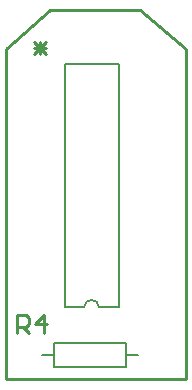
<source format=gto>
%FSLAX25Y25*%
%MOIN*%
G70*
G01*
G75*
%ADD10C,0.01000*%
%ADD11R,0.09843X0.07087*%
%ADD12O,0.09843X0.07087*%
%ADD13C,0.06000*%
%ADD14C,0.00787*%
D10*
X380150Y409448D02*
X384149Y405450D01*
X380150D02*
X384149Y409448D01*
X380150Y407449D02*
X384149D01*
X382149Y405450D02*
Y409448D01*
X374700Y312400D02*
Y318398D01*
X377699D01*
X378699Y317398D01*
Y315399D01*
X377699Y314399D01*
X374700D01*
X376699D02*
X378699Y312400D01*
X383697D02*
Y318398D01*
X380698Y315399D01*
X384697D01*
X415500Y420000D02*
X431000Y407000D01*
X371000D02*
X385500Y420000D01*
X371000Y297000D02*
X431000D01*
Y407000D01*
X371000Y297000D02*
Y407000D01*
X385500Y420000D02*
X415500D01*
D14*
X402000Y320949D02*
G03*
X397000Y320949I-2500J0D01*
G01*
X402000D02*
X408500D01*
X390500D02*
X397000D01*
X390500Y402051D02*
X408500D01*
Y320949D02*
Y402051D01*
X390500Y320949D02*
Y402051D01*
X411000Y301000D02*
Y309000D01*
X387000Y301000D02*
X411000D01*
X387000D02*
Y309000D01*
X411000D01*
Y305000D02*
X415000D01*
X383000D02*
X387000D01*
M02*

</source>
